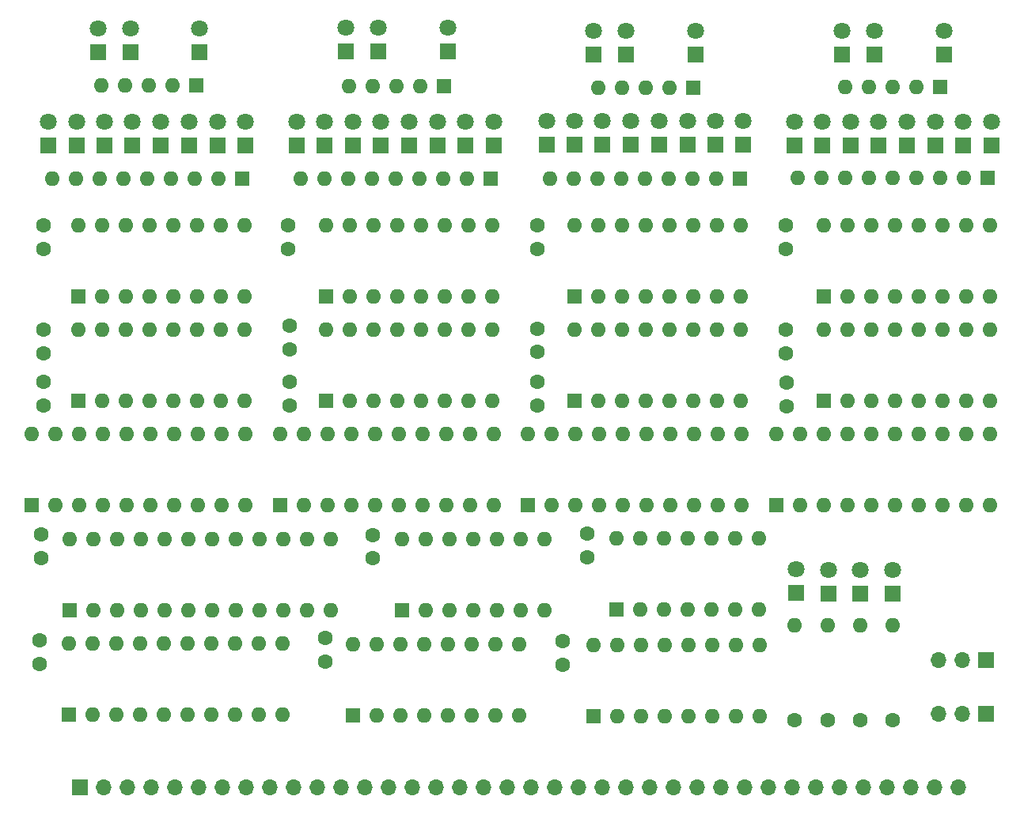
<source format=gbr>
G04 #@! TF.GenerationSoftware,KiCad,Pcbnew,(5.1.4-0-10_14)*
G04 #@! TF.CreationDate,2020-02-04T19:49:50-08:00*
G04 #@! TF.ProjectId,address-register-bank,61646472-6573-4732-9d72-656769737465,rev?*
G04 #@! TF.SameCoordinates,Original*
G04 #@! TF.FileFunction,Soldermask,Bot*
G04 #@! TF.FilePolarity,Negative*
%FSLAX46Y46*%
G04 Gerber Fmt 4.6, Leading zero omitted, Abs format (unit mm)*
G04 Created by KiCad (PCBNEW (5.1.4-0-10_14)) date 2020-02-04 19:49:50*
%MOMM*%
%LPD*%
G04 APERTURE LIST*
%ADD10R,1.600000X1.600000*%
%ADD11O,1.600000X1.600000*%
%ADD12C,1.800000*%
%ADD13R,1.800000X1.800000*%
%ADD14C,1.600000*%
%ADD15R,1.700000X1.700000*%
%ADD16O,1.700000X1.700000*%
G04 APERTURE END LIST*
D10*
X-148859240Y-84256880D03*
D11*
X-120919240Y-76636880D03*
X-146319240Y-84256880D03*
X-123459240Y-76636880D03*
X-143779240Y-84256880D03*
X-125999240Y-76636880D03*
X-141239240Y-84256880D03*
X-128539240Y-76636880D03*
X-138699240Y-84256880D03*
X-131079240Y-76636880D03*
X-136159240Y-84256880D03*
X-133619240Y-76636880D03*
X-133619240Y-84256880D03*
X-136159240Y-76636880D03*
X-131079240Y-84256880D03*
X-138699240Y-76636880D03*
X-128539240Y-84256880D03*
X-141239240Y-76636880D03*
X-125999240Y-84256880D03*
X-143779240Y-76636880D03*
X-123459240Y-84256880D03*
X-146319240Y-76636880D03*
X-120919240Y-84256880D03*
X-148859240Y-76636880D03*
X-145486120Y-28102560D03*
X-142946120Y-28102560D03*
X-140406120Y-28102560D03*
X-137866120Y-28102560D03*
D10*
X-135326120Y-28102560D03*
D11*
X-68199000Y-54229000D03*
X-50419000Y-61849000D03*
X-65659000Y-54229000D03*
X-52959000Y-61849000D03*
X-63119000Y-54229000D03*
X-55499000Y-61849000D03*
X-60579000Y-54229000D03*
X-58039000Y-61849000D03*
X-58039000Y-54229000D03*
X-60579000Y-61849000D03*
X-55499000Y-54229000D03*
X-63119000Y-61849000D03*
X-52959000Y-54229000D03*
X-65659000Y-61849000D03*
X-50419000Y-54229000D03*
D10*
X-68199000Y-61849000D03*
D11*
X-73279000Y-65405000D03*
X-50419000Y-73025000D03*
X-70739000Y-65405000D03*
X-52959000Y-73025000D03*
X-68199000Y-65405000D03*
X-55499000Y-73025000D03*
X-65659000Y-65405000D03*
X-58039000Y-73025000D03*
X-63119000Y-65405000D03*
X-60579000Y-73025000D03*
X-60579000Y-65405000D03*
X-63119000Y-73025000D03*
X-58039000Y-65405000D03*
X-65659000Y-73025000D03*
X-55499000Y-65405000D03*
X-68199000Y-73025000D03*
X-52959000Y-65405000D03*
X-70739000Y-73025000D03*
X-50419000Y-65405000D03*
D10*
X-73279000Y-73025000D03*
X-68199000Y-50673000D03*
D11*
X-50419000Y-43053000D03*
X-65659000Y-50673000D03*
X-52959000Y-43053000D03*
X-63119000Y-50673000D03*
X-55499000Y-43053000D03*
X-60579000Y-50673000D03*
X-58039000Y-43053000D03*
X-58039000Y-50673000D03*
X-60579000Y-43053000D03*
X-55499000Y-50673000D03*
X-63119000Y-43053000D03*
X-52959000Y-50673000D03*
X-65659000Y-43053000D03*
X-50419000Y-50673000D03*
X-68199000Y-43053000D03*
D12*
X-71323200Y-31978600D03*
D13*
X-71323200Y-34518600D03*
D11*
X-64312800Y-85907880D03*
D14*
X-64312800Y-96067880D03*
D12*
X-64277240Y-79974440D03*
D13*
X-64277240Y-82514440D03*
D12*
X-67675760Y-79974440D03*
D13*
X-67675760Y-82514440D03*
D12*
X-71140320Y-79908400D03*
D13*
X-71140320Y-82448400D03*
D12*
X-60792360Y-79938880D03*
D13*
X-60792360Y-82478880D03*
D12*
X-50241200Y-31978600D03*
D13*
X-50241200Y-34518600D03*
D12*
X-53263800Y-31978600D03*
D13*
X-53263800Y-34518600D03*
D12*
X-56261000Y-31978600D03*
D13*
X-56261000Y-34518600D03*
D12*
X-59283600Y-31978600D03*
D13*
X-59283600Y-34518600D03*
D12*
X-62306200Y-31978600D03*
D13*
X-62306200Y-34518600D03*
D12*
X-65328800Y-31978600D03*
D13*
X-65328800Y-34518600D03*
D12*
X-68326000Y-31978600D03*
D13*
X-68326000Y-34518600D03*
D12*
X-55346600Y-22225000D03*
D13*
X-55346600Y-24765000D03*
D12*
X-62763400Y-22225000D03*
D13*
X-62763400Y-24765000D03*
D12*
X-66217800Y-22225000D03*
D13*
X-66217800Y-24765000D03*
D12*
X-76784200Y-31902400D03*
D13*
X-76784200Y-34442400D03*
D12*
X-79781400Y-31902400D03*
D13*
X-79781400Y-34442400D03*
D12*
X-82778600Y-31902400D03*
D13*
X-82778600Y-34442400D03*
D12*
X-85801200Y-31902400D03*
D13*
X-85801200Y-34442400D03*
D12*
X-88823800Y-31902400D03*
D13*
X-88823800Y-34442400D03*
D12*
X-91846400Y-31902400D03*
D13*
X-91846400Y-34442400D03*
D12*
X-94843600Y-31902400D03*
D13*
X-94843600Y-34442400D03*
D12*
X-97840800Y-31902400D03*
D13*
X-97840800Y-34442400D03*
D12*
X-81915000Y-22225000D03*
D13*
X-81915000Y-24765000D03*
D12*
X-89306400Y-22225000D03*
D13*
X-89306400Y-24765000D03*
D12*
X-92786200Y-22225000D03*
D13*
X-92786200Y-24765000D03*
D12*
X-103505000Y-31978600D03*
D13*
X-103505000Y-34518600D03*
D12*
X-106502200Y-31978600D03*
D13*
X-106502200Y-34518600D03*
D12*
X-109499400Y-31978600D03*
D13*
X-109499400Y-34518600D03*
D12*
X-112522000Y-31978600D03*
D13*
X-112522000Y-34518600D03*
D12*
X-115570000Y-31978600D03*
D13*
X-115570000Y-34518600D03*
D12*
X-118592600Y-31978600D03*
D13*
X-118592600Y-34518600D03*
D12*
X-121564400Y-31978600D03*
D13*
X-121564400Y-34518600D03*
D12*
X-124561600Y-31978600D03*
D13*
X-124561600Y-34518600D03*
D12*
X-108432600Y-21894800D03*
D13*
X-108432600Y-24434800D03*
D12*
X-115824000Y-21894800D03*
D13*
X-115824000Y-24434800D03*
D12*
X-119278400Y-21894800D03*
D13*
X-119278400Y-24434800D03*
D12*
X-130073400Y-31953200D03*
D13*
X-130073400Y-34493200D03*
D12*
X-133070600Y-31953200D03*
D13*
X-133070600Y-34493200D03*
D12*
X-136067800Y-31953200D03*
D13*
X-136067800Y-34493200D03*
D12*
X-139090400Y-31953200D03*
D13*
X-139090400Y-34493200D03*
D12*
X-142138400Y-31953200D03*
D13*
X-142138400Y-34493200D03*
D12*
X-145161000Y-31953200D03*
D13*
X-145161000Y-34493200D03*
D12*
X-148132800Y-31953200D03*
D13*
X-148132800Y-34493200D03*
D12*
X-151130000Y-31953200D03*
D13*
X-151130000Y-34493200D03*
D12*
X-134975600Y-21971000D03*
D13*
X-134975600Y-24511000D03*
D12*
X-142341600Y-21971000D03*
D13*
X-142341600Y-24511000D03*
D12*
X-145796000Y-21971000D03*
D13*
X-145796000Y-24511000D03*
D14*
X-72263000Y-45553000D03*
X-72263000Y-43053000D03*
X-72263000Y-56729000D03*
X-72263000Y-54229000D03*
X-72136000Y-62444000D03*
X-72136000Y-59944000D03*
X-98806000Y-45553000D03*
X-98806000Y-43053000D03*
X-125476000Y-45553000D03*
X-125476000Y-43053000D03*
X-151638000Y-45553000D03*
X-151638000Y-43053000D03*
X-98806000Y-56642000D03*
X-98806000Y-54142000D03*
X-125349000Y-56348000D03*
X-125349000Y-53848000D03*
X-151638000Y-62317000D03*
X-151638000Y-59817000D03*
X-98806000Y-62317000D03*
X-98806000Y-59817000D03*
X-125349000Y-62317000D03*
X-125349000Y-59817000D03*
X-151638000Y-56729000D03*
X-151638000Y-54229000D03*
X-93502480Y-78603480D03*
X-93502480Y-76103480D03*
X-116428520Y-78740640D03*
X-116428520Y-76240640D03*
X-96083120Y-90104600D03*
X-96083120Y-87604600D03*
X-151902160Y-78689840D03*
X-151902160Y-76189840D03*
X-121513600Y-89774400D03*
X-121513600Y-87274400D03*
X-152120600Y-90003000D03*
X-152120600Y-87503000D03*
D15*
X-147751800Y-103286560D03*
D16*
X-145211800Y-103286560D03*
X-142671800Y-103286560D03*
X-140131800Y-103286560D03*
X-137591800Y-103286560D03*
X-135051800Y-103286560D03*
X-132511800Y-103286560D03*
X-129971800Y-103286560D03*
X-127431800Y-103286560D03*
X-124891800Y-103286560D03*
X-122351800Y-103286560D03*
X-119811800Y-103286560D03*
X-117271800Y-103286560D03*
X-114731800Y-103286560D03*
X-112191800Y-103286560D03*
X-109651800Y-103286560D03*
X-107111800Y-103286560D03*
X-104571800Y-103286560D03*
X-102031800Y-103286560D03*
X-99491800Y-103286560D03*
X-96951800Y-103286560D03*
X-94411800Y-103286560D03*
X-91871800Y-103286560D03*
X-89331800Y-103286560D03*
X-86791800Y-103286560D03*
X-84251800Y-103286560D03*
X-81711800Y-103286560D03*
X-79171800Y-103286560D03*
X-76631800Y-103286560D03*
X-74091800Y-103286560D03*
X-71551800Y-103286560D03*
X-69011800Y-103286560D03*
X-66471800Y-103286560D03*
X-63931800Y-103286560D03*
X-61391800Y-103286560D03*
X-58851800Y-103286560D03*
X-56311800Y-103286560D03*
X-53771800Y-103286560D03*
D15*
X-50800000Y-95351600D03*
D16*
X-53340000Y-95351600D03*
X-55880000Y-95351600D03*
X-55880000Y-89662000D03*
X-53340000Y-89662000D03*
D15*
X-50800000Y-89662000D03*
D14*
X-60792360Y-96078040D03*
D11*
X-60792360Y-85918040D03*
X-71302880Y-85907880D03*
D14*
X-71302880Y-96067880D03*
X-67741800Y-96067880D03*
D11*
X-67741800Y-85907880D03*
X-150769320Y-38079680D03*
X-148229320Y-38079680D03*
X-145689320Y-38079680D03*
X-143149320Y-38079680D03*
X-140609320Y-38079680D03*
X-138069320Y-38079680D03*
X-135529320Y-38079680D03*
X-132989320Y-38079680D03*
D10*
X-130449320Y-38079680D03*
X-108783120Y-28127960D03*
D11*
X-111323120Y-28127960D03*
X-113863120Y-28127960D03*
X-116403120Y-28127960D03*
X-118943120Y-28127960D03*
D10*
X-103840280Y-38018720D03*
D11*
X-106380280Y-38018720D03*
X-108920280Y-38018720D03*
X-111460280Y-38018720D03*
X-114000280Y-38018720D03*
X-116540280Y-38018720D03*
X-119080280Y-38018720D03*
X-121620280Y-38018720D03*
X-124160280Y-38018720D03*
X-92329000Y-28280360D03*
X-89789000Y-28280360D03*
X-87249000Y-28280360D03*
X-84709000Y-28280360D03*
D10*
X-82169000Y-28280360D03*
D11*
X-97500440Y-38074600D03*
X-94960440Y-38074600D03*
X-92420440Y-38074600D03*
X-89880440Y-38074600D03*
X-87340440Y-38074600D03*
X-84800440Y-38074600D03*
X-82260440Y-38074600D03*
X-79720440Y-38074600D03*
D10*
X-77180440Y-38074600D03*
X-55768240Y-28249880D03*
D11*
X-58308240Y-28249880D03*
X-60848240Y-28249880D03*
X-63388240Y-28249880D03*
X-65928240Y-28249880D03*
D10*
X-50627280Y-37988240D03*
D11*
X-53167280Y-37988240D03*
X-55707280Y-37988240D03*
X-58247280Y-37988240D03*
X-60787280Y-37988240D03*
X-63327280Y-37988240D03*
X-65867280Y-37988240D03*
X-68407280Y-37988240D03*
X-70947280Y-37988240D03*
D10*
X-148920200Y-95427800D03*
D11*
X-126060200Y-87807800D03*
X-146380200Y-95427800D03*
X-128600200Y-87807800D03*
X-143840200Y-95427800D03*
X-131140200Y-87807800D03*
X-141300200Y-95427800D03*
X-133680200Y-87807800D03*
X-138760200Y-95427800D03*
X-136220200Y-87807800D03*
X-136220200Y-95427800D03*
X-138760200Y-87807800D03*
X-133680200Y-95427800D03*
X-141300200Y-87807800D03*
X-131140200Y-95427800D03*
X-143840200Y-87807800D03*
X-128600200Y-95427800D03*
X-146380200Y-87807800D03*
X-126060200Y-95427800D03*
X-148920200Y-87807800D03*
D10*
X-113284000Y-84282280D03*
D11*
X-98044000Y-76662280D03*
X-110744000Y-84282280D03*
X-100584000Y-76662280D03*
X-108204000Y-84282280D03*
X-103124000Y-76662280D03*
X-105664000Y-84282280D03*
X-105664000Y-76662280D03*
X-103124000Y-84282280D03*
X-108204000Y-76662280D03*
X-100584000Y-84282280D03*
X-110744000Y-76662280D03*
X-98044000Y-84282280D03*
X-113284000Y-76662280D03*
X-90368120Y-76565760D03*
X-75128120Y-84185760D03*
X-87828120Y-76565760D03*
X-77668120Y-84185760D03*
X-85288120Y-76565760D03*
X-80208120Y-84185760D03*
X-82748120Y-76565760D03*
X-82748120Y-84185760D03*
X-80208120Y-76565760D03*
X-85288120Y-84185760D03*
X-77668120Y-76565760D03*
X-87828120Y-84185760D03*
X-75128120Y-76565760D03*
D10*
X-90368120Y-84185760D03*
D11*
X-118541800Y-87909400D03*
X-100761800Y-95529400D03*
X-116001800Y-87909400D03*
X-103301800Y-95529400D03*
X-113461800Y-87909400D03*
X-105841800Y-95529400D03*
X-110921800Y-87909400D03*
X-108381800Y-95529400D03*
X-108381800Y-87909400D03*
X-110921800Y-95529400D03*
X-105841800Y-87909400D03*
X-113461800Y-95529400D03*
X-103301800Y-87909400D03*
X-116001800Y-95529400D03*
X-100761800Y-87909400D03*
D10*
X-118541800Y-95529400D03*
X-92837000Y-95631000D03*
D11*
X-75057000Y-88011000D03*
X-90297000Y-95631000D03*
X-77597000Y-88011000D03*
X-87757000Y-95631000D03*
X-80137000Y-88011000D03*
X-85217000Y-95631000D03*
X-82677000Y-88011000D03*
X-82677000Y-95631000D03*
X-85217000Y-88011000D03*
X-80137000Y-95631000D03*
X-87757000Y-88011000D03*
X-77597000Y-95631000D03*
X-90297000Y-88011000D03*
X-75057000Y-95631000D03*
X-92837000Y-88011000D03*
X-147955000Y-54229000D03*
X-130175000Y-61849000D03*
X-145415000Y-54229000D03*
X-132715000Y-61849000D03*
X-142875000Y-54229000D03*
X-135255000Y-61849000D03*
X-140335000Y-54229000D03*
X-137795000Y-61849000D03*
X-137795000Y-54229000D03*
X-140335000Y-61849000D03*
X-135255000Y-54229000D03*
X-142875000Y-61849000D03*
X-132715000Y-54229000D03*
X-145415000Y-61849000D03*
X-130175000Y-54229000D03*
D10*
X-147955000Y-61849000D03*
D11*
X-147955000Y-43053000D03*
X-130175000Y-50673000D03*
X-145415000Y-43053000D03*
X-132715000Y-50673000D03*
X-142875000Y-43053000D03*
X-135255000Y-50673000D03*
X-140335000Y-43053000D03*
X-137795000Y-50673000D03*
X-137795000Y-43053000D03*
X-140335000Y-50673000D03*
X-135255000Y-43053000D03*
X-142875000Y-50673000D03*
X-132715000Y-43053000D03*
X-145415000Y-50673000D03*
X-130175000Y-43053000D03*
D10*
X-147955000Y-50673000D03*
X-152908000Y-73025000D03*
D11*
X-130048000Y-65405000D03*
X-150368000Y-73025000D03*
X-132588000Y-65405000D03*
X-147828000Y-73025000D03*
X-135128000Y-65405000D03*
X-145288000Y-73025000D03*
X-137668000Y-65405000D03*
X-142748000Y-73025000D03*
X-140208000Y-65405000D03*
X-140208000Y-73025000D03*
X-142748000Y-65405000D03*
X-137668000Y-73025000D03*
X-145288000Y-65405000D03*
X-135128000Y-73025000D03*
X-147828000Y-65405000D03*
X-132588000Y-73025000D03*
X-150368000Y-65405000D03*
X-130048000Y-73025000D03*
X-152908000Y-65405000D03*
D10*
X-121412000Y-61849000D03*
D11*
X-103632000Y-54229000D03*
X-118872000Y-61849000D03*
X-106172000Y-54229000D03*
X-116332000Y-61849000D03*
X-108712000Y-54229000D03*
X-113792000Y-61849000D03*
X-111252000Y-54229000D03*
X-111252000Y-61849000D03*
X-113792000Y-54229000D03*
X-108712000Y-61849000D03*
X-116332000Y-54229000D03*
X-106172000Y-61849000D03*
X-118872000Y-54229000D03*
X-103632000Y-61849000D03*
X-121412000Y-54229000D03*
D10*
X-121412000Y-50673000D03*
D11*
X-103632000Y-43053000D03*
X-118872000Y-50673000D03*
X-106172000Y-43053000D03*
X-116332000Y-50673000D03*
X-108712000Y-43053000D03*
X-113792000Y-50673000D03*
X-111252000Y-43053000D03*
X-111252000Y-50673000D03*
X-113792000Y-43053000D03*
X-108712000Y-50673000D03*
X-116332000Y-43053000D03*
X-106172000Y-50673000D03*
X-118872000Y-43053000D03*
X-103632000Y-50673000D03*
X-121412000Y-43053000D03*
X-126365000Y-65405000D03*
X-103505000Y-73025000D03*
X-123825000Y-65405000D03*
X-106045000Y-73025000D03*
X-121285000Y-65405000D03*
X-108585000Y-73025000D03*
X-118745000Y-65405000D03*
X-111125000Y-73025000D03*
X-116205000Y-65405000D03*
X-113665000Y-73025000D03*
X-113665000Y-65405000D03*
X-116205000Y-73025000D03*
X-111125000Y-65405000D03*
X-118745000Y-73025000D03*
X-108585000Y-65405000D03*
X-121285000Y-73025000D03*
X-106045000Y-65405000D03*
X-123825000Y-73025000D03*
X-103505000Y-65405000D03*
D10*
X-126365000Y-73025000D03*
D11*
X-94869000Y-54229000D03*
X-77089000Y-61849000D03*
X-92329000Y-54229000D03*
X-79629000Y-61849000D03*
X-89789000Y-54229000D03*
X-82169000Y-61849000D03*
X-87249000Y-54229000D03*
X-84709000Y-61849000D03*
X-84709000Y-54229000D03*
X-87249000Y-61849000D03*
X-82169000Y-54229000D03*
X-89789000Y-61849000D03*
X-79629000Y-54229000D03*
X-92329000Y-61849000D03*
X-77089000Y-54229000D03*
D10*
X-94869000Y-61849000D03*
X-94869000Y-50673000D03*
D11*
X-77089000Y-43053000D03*
X-92329000Y-50673000D03*
X-79629000Y-43053000D03*
X-89789000Y-50673000D03*
X-82169000Y-43053000D03*
X-87249000Y-50673000D03*
X-84709000Y-43053000D03*
X-84709000Y-50673000D03*
X-87249000Y-43053000D03*
X-82169000Y-50673000D03*
X-89789000Y-43053000D03*
X-79629000Y-50673000D03*
X-92329000Y-43053000D03*
X-77089000Y-50673000D03*
X-94869000Y-43053000D03*
D10*
X-99822000Y-73025000D03*
D11*
X-76962000Y-65405000D03*
X-97282000Y-73025000D03*
X-79502000Y-65405000D03*
X-94742000Y-73025000D03*
X-82042000Y-65405000D03*
X-92202000Y-73025000D03*
X-84582000Y-65405000D03*
X-89662000Y-73025000D03*
X-87122000Y-65405000D03*
X-87122000Y-73025000D03*
X-89662000Y-65405000D03*
X-84582000Y-73025000D03*
X-92202000Y-65405000D03*
X-82042000Y-73025000D03*
X-94742000Y-65405000D03*
X-79502000Y-73025000D03*
X-97282000Y-65405000D03*
X-76962000Y-73025000D03*
X-99822000Y-65405000D03*
M02*

</source>
